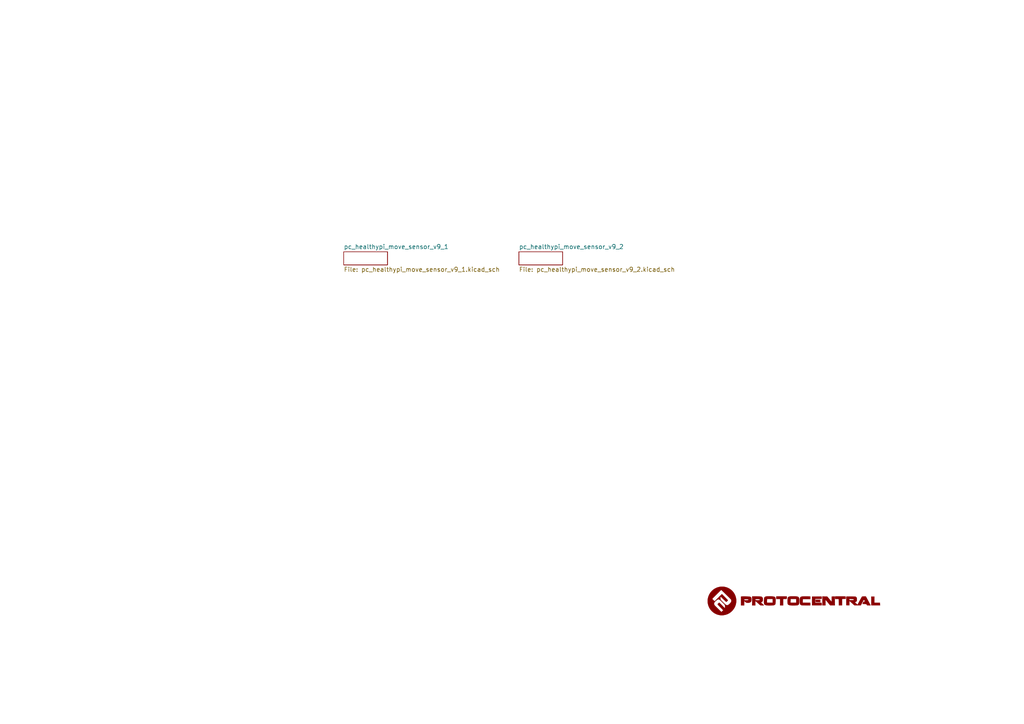
<source format=kicad_sch>
(kicad_sch (version 20250114) (generator "eeschema") (generator_version "9.0")
  (paper "A4")
  (lib_symbols
    (symbol "protocentral:pc_logo_full" (pin_numbers (hide yes)) (pin_names (offset 0) (hide yes)) (in_bom no)
      (symbol "pc_logo_full_0_0"
        (polyline (pts (xy -21.59 -3.81) (xy -21.336 -3.7867) (xy -21.1868 -3.7674) (xy -20.7426 -3.6796) (xy -20.3205 -3.5492) (xy -19.9205 -3.3762) (xy -19.5425 -3.1605) (xy -19.1865 -2.9022) (xy -18.8526 -2.6011) (xy -18.5423 -2.2601) (xy -18.2762 -1.9004) (xy -18.0545 -1.5221) (xy -17.877 -1.1255) (xy -17.7439 -0.7104) (xy -17.6553 -0.2771) (xy -17.611 0.1744) (xy -17.6063 0.399) (xy -17.6316 0.8314) (xy -17.7008 1.2517) (xy -17.8118 1.6574) (xy -17.9625 2.046) (xy -18.1506 2.4148) (xy -18.3741 2.7614) (xy -18.6308 3.0831) (xy -18.9186 3.3774) (xy -19.2353 3.6419) (xy -19.5788 3.8738) (xy -19.9469 4.0707) (xy -20.3375 4.23) (xy -20.7485 4.3492) (xy -21.1778 4.4256) (xy -21.4418 4.4499) (xy -21.8787 4.4534) (xy -22.3116 4.4121) (xy -22.7361 4.3273) (xy -23.148 4.2001) (xy -23.543 4.0317) (xy -23.9167 3.8233) (xy -24.2649 3.5761) (xy -24.363 3.4959) (xy -24.6914 3.1915) (xy -24.98 2.8628) (xy -25.2321 2.5056) (xy -25.4509 2.116) (xy -25.4738 2.0694) (xy -25.6391 1.6735) (xy -25.7621 1.2615) (xy -25.8276 0.9137) (xy -24.565 0.9137) (xy -24.5543 0.939) (xy -24.5167 0.9944) (xy -24.4584 1.0683) (xy -24.3862 1.1521) (xy -24.3723 1.1672) (xy -24.3176 1.2244) (xy -24.2356 1.3083) (xy -24.1298 1.4155) (xy -24.0036 1.5426) (xy -23.8603 1.6863) (xy -23.7033 1.8432) (xy -23.5362 2.0099) (xy -23.3621 2.1831) (xy -23.1847 2.3594) (xy -23.0071 2.5353) (xy -22.833 2.7077) (xy -22.6655 2.873) (xy -22.5082 3.0279) (xy -22.3645 3.169) (xy -22.2376 3.2931) (xy -22.1312 3.3966) (xy -22.0484 3.4762) (xy -21.9928 3.5287) (xy -21.9677 3.5505) (xy -21.9535 3.5445) (xy -21.9058 3.5076) (xy -21.8266 3.4386) (xy -21.7171 3.3386) (xy -21.5786 3.2089) (xy -21.4123 3.0506) (xy -21.2194 2.8648) (xy -21.0014 2.6529) (xy -20.8765 2.531) (xy -20.594 2.2551) (xy -20.3433 2.0098) (xy -20.1222 1.7932) (xy -19.9288 1.603) (xy -19.7612 1.4375) (xy -19.6174 1.2944) (xy -19.4954 1.1718) (xy -19.3933 1.0678) (xy -19.309 0.9801) (xy -19.2406 0.907) (xy -19.1861 0.8462) (xy -19.1436 0.7959) (xy -19.1111 0.7539) (xy -19.0866 0.7183) (xy -19.0681 0.687) (xy -19.0538 0.6581) (xy -19.0247 0.5828) (xy -18.9922 0.42) (xy -18.9964 0.2575) (xy -19.0377 0.1101) (xy -19.0738 0.0397) (xy -19.1614 -0.0955) (xy -19.2752 -0.2426) (xy -19.4066 -0.3928) (xy -19.5474 -0.5371) (xy -19.689 -0.6667) (xy -19.8232 -0.7727) (xy -19.9414 -0.8461) (xy -20.0105 -0.8767) (xy -20.1785 -0.916) (xy -20.3514 -0.908) (xy -20.5297 -0.8526) (xy -20.714 -0.7496) (xy -20.7366 -0.7326) (xy -20.7987 -0.6795) (xy -20.8851 -0.601) (xy -20.9912 -0.5014) (xy -21.1126 -0.3854) (xy -21.2446 -0.2574) (xy -21.3827 -0.122) (xy -21.5225 0.0164) (xy -21.6593 0.1532) (xy -21.7885 0.2839) (xy -21.9058 0.4041) (xy -22.0064 0.5091) (xy -22.0859 0.5946) (xy -22.1398 0.6559) (xy -22.1634 0.6886) (xy -22.1676 0.7029) (xy -22.1761 0.771) (xy -22.1816 0.8815) (xy -22.1839 1.0305) (xy -22.1828 1.2141) (xy -22.1763 1.6769) (xy -21.3536 0.8717) (xy -21.3494 0.8677) (xy -21.1841 0.7066) (xy -21.0284 0.5565) (xy -20.8858 0.4204) (xy -20.76 0.3017) (xy -20.6542 0.2038) (xy -20.5722 0.1297) (xy -20.5172 0.0829) (xy -20.4929 0.0666) (xy -20.4857 0.0685) (xy -20.4456 0.0948) (xy -20.3842 0.1457) (xy -20.3096 0.213) (xy -20.23 0.2889) (xy -20.1538 0.3654) (xy -20.0892 0.4343) (xy -20.0444 0.4879) (xy -20.0276 0.5179) (xy -20.0288 0.5207) (xy -20.0537 0.5516) (xy -20.1085 0.6122) (xy -20.19 0.6992) (xy -20.2949 0.8094) (xy -20.4202 0.9393) (xy -20.5627 1.0856) (xy -20.719 1.245) (xy -20.8861 1.4141) (xy -21.7446 2.2803) (xy -21.8644 2.1878) (xy -21.8768 2.1776) (xy -21.9312 2.1286) (xy -22.0132 2.0511) (xy -22.1186 1.9493) (xy -22.243 1.8274) (xy -22.3822 1.6896) (xy -22.5318 1.5401) (xy -22.6875 1.3831) (xy -22.8431 1.2256) (xy -23.046 1.0204) (xy -23.2193 0.8455) (xy -23.3657 0.6985) (xy -23.4875 0.5771) (xy -23.5873 0.4789) (xy -23.6676 0.4015) (xy -23.7308 0.3427) (xy -23.7795 0.3) (xy -23.8162 0.2711) (xy -23.8432 0.2536) (xy -23.8632 0.2452) (xy -23.8786 0.2436) (xy -23.892 0.2463) (xy -23.8938 0.247) (xy -23.932 0.2721) (xy -23.9942 0.3239) (xy -24.0739 0.3959) (xy -24.1645 0.4816) (xy -24.2593 0.5742) (xy -24.3517 0.6674) (xy -24.4351 0.7545) (xy -24.5029 0.8289) (xy -24.5484 0.8842) (xy -24.565 0.9137) (xy -25.8276 0.9137) (xy -25.8415 0.8396) (xy -25.876 0.4139) (xy -25.8646 -0.0093) (xy -25.8394 -0.2515) (xy -25.7985 -0.4971) (xy -24.0498 -0.4971) (xy -24.0403 -0.3383) (xy -23.9947 -0.1956) (xy -23.9523 -0.1224) (xy -23.862 0.0006) (xy -23.7415 0.14) (xy -23.5964 0.2895) (xy -23.4322 0.4429) (xy -23.3977 0.4733) (xy -23.2232 0.6148) (xy -23.0672 0.7164) (xy -22.9246 0.7792) (xy -22.7901 0.8044) (xy -22.6586 0.7931) (xy -22.5249 0.7463) (xy -22.3837 0.6651) (xy -22.3812 0.6635) (xy -22.319 0.6155) (xy -22.2313 0.54) (xy -22.123 0.4415) (xy -21.9986 0.3249) (xy -21.8627 0.1946) (xy -21.7201 0.0554) (xy -21.5754 -0.0882) (xy -21.4331 -0.2314) (xy -21.2981 -0.3697) (xy -21.1748 -0.4984) (xy -21.068 -0.6128) (xy -20.9823 -0.7083) (xy -20.9224 -0.7803) (xy -20.8929 -0.8241) (xy -20.8887 -0.8335) (xy -20.8721 -0.8777) (xy -20.8603 -0.9279) (xy -20.8523 -0.9923) (xy -20.8476 -1.0795) (xy -20.8452 -1.1979) (xy -20.8444 -1.3559) (xy -20.8448 -1.4596) (xy -20.8474 -1.592) (xy -20.8521 -1.6937) (xy -20.8586 -1.759) (xy -20.8665 -1.782) (xy -20.8995 -1.767) (xy -20.9657 -1.7166) (xy -21.0629 -1.6309) (xy -21.1907 -1.5104) (xy -21.3486 -1.3554) (xy -21.5364 -1.1663) (xy -21.7535 -0.9436) (xy -21.7706 -0.926) (xy -21.9459 -0.7453) (xy -22.0917 -0.5964) (xy -22.2112 -0.4766) (xy -22.3074 -0.3828) (xy -22.3836 -0.3124) (xy -22.443 -0.2624) (xy -22.4887 -0.23) (xy -22.524 -0.2125) (xy -22.5519 -0.207) (xy -22.5756 -0.2106) (xy -22.582 -0.2132) (xy -22.628 -0.2449) (xy -22.6939 -0.3019) (xy -22.7702 -0.3746) (xy -22.8476 -0.4536) (xy -22.917 -0.5295) (xy -22.9689 -0.5929) (xy -22.994 -0.6343) (xy -22.9926 -0.6487) (xy -22.9774 -0.677) (xy -22.9451 -0.7202) (xy -22.8933 -0.7809) (xy -22.8196 -0.8618) (xy -22.7215 -0.9656) (xy -22.5965 -1.095) (xy -22.4421 -1.2527) (xy -22.256 -1.4413) (xy -22.1493 -1.5494) (xy -21.9953 -1.7061) (xy -21.8523 -1.8526) (xy -21.7239 -1.9849) (xy -21.6141 -2.099) (xy -21.5267 -2.191) (xy -21.4655 -2.257) (xy -21.4343 -2.2928) (xy -21.3653 -2.3835) (xy -21.5067 -2.5329) (xy -21.5122 -2.5387) (xy -21.5995 -2.6287) (xy -21.693 -2.7219) (xy -21.7732 -2.799) (xy -21.8983 -2.9158) (xy -22.8466 -1.9863) (xy -22.9501 -1.8847) (xy -23.1245 -1.7131) (xy -23.288 -1.5515) (xy -23.4373 -1.4033) (xy -23.5689 -1.272) (xy -23.6796 -1.1607) (xy -23.766 -1.073) (xy -23.8247 -1.012) (xy -23.8524 -0.9813) (xy -23.8806 -0.9408) (xy -23.9304 -0.8599) (xy -23.9778 -0.7737) (xy -24.0234 -0.6569) (xy -24.0498 -0.4971) (xy -25.7985 -0.4971) (xy -25.7822 -0.5951) (xy -25.6992 -0.9176) (xy -25.5867 -1.2326) (xy -25.4408 -1.554) (xy -25.365 -1.7002) (xy -25.2212 -1.945) (xy -25.0622 -2.1719) (xy -24.8788 -2.394) (xy -24.6615 -2.624) (xy -24.6086 -2.6762) (xy -24.2771 -2.9648) (xy -23.9205 -3.2126) (xy -23.5397 -3.4191) (xy -23.1357 -3.584) (xy -22.7094 -3.7068) (xy -22.2616 -3.787) (xy -22.0369 -3.8098) (xy -21.8174 -3.8177) (xy -21.59 -3.81)) (stroke (width 0.01)) (fill (type outline)))
        (polyline (pts (xy -15.3193 -0.6357) (xy -15.3174 -0.5061) (xy -15.3133 -0.3256) (xy -15.3077 -0.1441) (xy -15.3013 0.0139) (xy -15.2861 0.3334) (xy -15.1743 0.2592) (xy -15.1081 0.2084) (xy -15.0237 0.1313) (xy -14.9474 0.0503) (xy -14.9076 0.0066) (xy -14.8137 -0.0772) (xy -14.7261 -0.1314) (xy -14.6892 -0.1455) (xy -14.5628 -0.1743) (xy -14.4067 -0.1903) (xy -14.2332 -0.1937) (xy -14.0541 -0.1852) (xy -13.8815 -0.165) (xy -13.7275 -0.1336) (xy -13.604 -0.0915) (xy -13.5486 -0.0639) (xy -13.4225 0.0248) (xy -13.3262 0.1388) (xy -13.2573 0.2828) (xy -13.2133 0.4612) (xy -13.1917 0.6788) (xy -13.1889 0.7813) (xy -13.1996 0.996) (xy -13.2362 1.173) (xy -13.3002 1.3155) (xy -13.3933 1.4263) (xy -13.5172 1.5085) (xy -13.6734 1.5651) (xy -13.6988 1.5701) (xy -13.7811 1.5794) (xy -13.9017 1.5882) (xy -14.0542 1.5965) (xy -14.2322 1.6041) (xy -14.4294 1.6108) (xy -14.6394 1.6165) (xy -14.8556 1.6211) (xy -15.0718 1.6244) (xy -15.2816 1.6262) (xy -15.4785 1.6264) (xy -15.6562 1.6249) (xy -15.8083 1.6216) (xy -15.9283 1.6162) (xy -16.2104 1.5983) (xy -16.2104 0.5015) (xy -15.2981 0.5015) (xy -15.2981 0.6768) (xy -15.2981 0.8522) (xy -14.872 0.8684) (xy -14.8306 0.8699) (xy -14.642 0.8734) (xy -14.47 0.8715) (xy -14.3208 0.8648) (xy -14.2007 0.8534) (xy -14.1159 0.8379) (xy -14.0727 0.8187) (xy -14.0672 0.8091) (xy -14.0544 0.7604) (xy -14.0456 0.6908) (xy -14.0377 0.5827) (xy -14.1698 0.5375) (xy -14.1729 0.5364) (xy -14.2375 0.5182) (xy -14.3131 0.5049) (xy -14.4088 0.4958) (xy -14.534 0.4898) (xy -14.6979 0.4862) (xy -14.781 0.4852) (xy -14.9188 0.4846) (xy -15.0411 0.4854) (xy -15.1372 0.4875) (xy -15.1961 0.4908) (xy -15.2981 0.5015) (xy -16.2104 0.5015) (xy -16.2104 0.3163) (xy -16.2104 -0.9658) (xy -15.7663 -0.9658) (xy -15.3221 -0.9658) (xy -15.3193 -0.6357)) (stroke (width 0.01)) (fill (type outline)))
        (polyline (pts (xy -12.0784 -0.6237) (xy -12.0763 -0.4767) (xy -12.0721 -0.2983) (xy -12.0666 -0.1224) (xy -12.0604 0.0282) (xy -12.0451 0.338) (xy -11.8979 0.2197) (xy -11.8251 0.1591) (xy -11.7189 0.0675) (xy -11.5864 -0.0491) (xy -11.4321 -0.1867) (xy -11.2605 -0.3414) (xy -11.0761 -0.509) (xy -10.8833 -0.6856) (xy -10.8415 -0.724) (xy -10.7556 -0.8018) (xy -10.6848 -0.8597) (xy -10.6199 -0.9009) (xy -10.552 -0.9283) (xy -10.4721 -0.945) (xy -10.3712 -0.9541) (xy -10.2403 -0.9586) (xy -10.0705 -0.9616) (xy -9.9446 -0.9632) (xy -9.7948 -0.9631) (xy -9.69 -0.9599) (xy -9.6285 -0.9534) (xy -9.6083 -0.9437) (xy -9.6103 -0.9351) (xy -9.6392 -0.8909) (xy -9.698 -0.8238) (xy -9.7812 -0.7391) (xy -9.8831 -0.642) (xy -9.9981 -0.5378) (xy -10.1204 -0.4319) (xy -10.2445 -0.3295) (xy -10.3646 -0.2359) (xy -10.4202 -0.191) (xy -10.4667 -0.1466) (xy -10.4846 -0.1194) (xy -10.4839 -0.1168) (xy -10.4565 -0.0937) (xy -10.3971 -0.0612) (xy -10.3165 -0.0255) (xy -10.2397 0.0091) (xy -10.1275 0.08) (xy -10.0416 0.1698) (xy -9.9771 0.2855) (xy -9.9294 0.4343) (xy -9.894 0.6233) (xy -9.8806 0.8028) (xy -9.8965 0.996) (xy -9.9429 1.1714) (xy -10.0176 1.3227) (xy -10.1181 1.4434) (xy -10.2418 1.5272) (xy -10.271 1.5399) (xy -10.3291 1.5599) (xy -10.3988 1.5766) (xy -10.4841 1.5905) (xy -10.589 1.6017) (xy -10.7177 1.6105) (xy -10.8741 1.6171) (xy -11.0623 1.6218) (xy -11.2864 1.6249) (xy -11.5504 1.6266) (xy -11.8584 1.6271) (xy -12.9694 1.6271) (xy -12.9694 0.6118) (xy -12.0532 0.6118) (xy -12.0521 0.6968) (xy -12.0451 0.8708) (xy -11.685 0.8882) (xy -11.665 0.8892) (xy -11.4506 0.8943) (xy -11.2506 0.8905) (xy -11.0732 0.8783) (xy -10.9266 0.8583) (xy -10.8193 0.831) (xy -10.8016 0.8244) (xy -10.7582 0.8008) (xy -10.7402 0.7648) (xy -10.7367 0.6986) (xy -10.7367 0.696) (xy -10.7416 0.6285) (xy -10.7626 0.589) (xy -10.8098 0.5582) (xy -10.8179 0.5543) (xy -10.884 0.5333) (xy -10.9771 0.5131) (xy -11.0799 0.4977) (xy -11.0962 0.4959) (xy -11.2034 0.486) (xy -11.3022 0.4799) (xy -11.3729 0.479) (xy -11.4261 0.4815) (xy -11.5156 0.4863) (xy -11.6227 0.4925) (xy -11.7365 0.4992) (xy -11.8461 0.506) (xy -11.9405 0.5121) (xy -12.0088 0.5168) (xy -12.0401 0.5195) (xy -12.0414 0.5201) (xy -12.0493 0.5489) (xy -12.0532 0.6118) (xy -12.9694 0.6118) (xy -12.9694 0.3306) (xy -12.9694 -0.9658) (xy -12.5252 -0.9658) (xy -12.0811 -0.9658) (xy -12.0784 -0.6237)) (stroke (width 0.01)) (fill (type outline)))
        (polyline (pts (xy -7.8527 -0.981) (xy -7.6513 -0.9781) (xy -7.4519 -0.9729) (xy -7.2639 -0.9654) (xy -7.0964 -0.9559) (xy -6.9585 -0.9445) (xy -6.8595 -0.9315) (xy -6.8494 -0.9296) (xy -6.6545 -0.883) (xy -6.5012 -0.8212) (xy -6.3849 -0.7409) (xy -6.3008 -0.6391) (xy -6.2443 -0.5124) (xy -6.2369 -0.4729) (xy -6.2282 -0.3877) (xy -6.22 -0.2688) (xy -6.2126 -0.1241) (xy -6.2062 0.0384) (xy -6.201 0.2109) (xy -6.1973 0.3856) (xy -6.1953 0.5546) (xy -6.1952 0.7099) (xy -6.1973 0.8438) (xy -6.2017 0.9483) (xy -6.207 1.0106) (xy -6.2395 1.1863) (xy -6.2984 1.3252) (xy -6.387 1.4319) (xy -6.5089 1.511) (xy -6.6674 1.5672) (xy -6.6745 1.569) (xy -6.8173 1.5961) (xy -7.0061 1.6175) (xy -7.2392 1.6333) (xy -7.5149 1.6433) (xy -7.8316 1.6474) (xy -8.1877 1.6456) (xy -8.3278 1.6437) (xy -8.5063 1.6408) (xy -8.6473 1.6374) (xy -8.7573 1.6331) (xy -8.8425 1.6275) (xy -8.9095 1.62) (xy -8.9646 1.6103) (xy -9.0141 1.5978) (xy -9.0645 1.582) (xy -9.1226 1.5611) (xy -9.2357 1.504) (xy -9.329 1.4273) (xy -9.3388 1.4174) (xy -9.3888 1.3608) (xy -9.4287 1.3007) (xy -9.46 1.2308) (xy -9.4842 1.1447) (xy -9.5028 1.0359) (xy -9.5172 0.8983) (xy -9.5288 0.7253) (xy -9.5392 0.5107) (xy -9.5394 0.5059) (xy -9.5485 0.2417) (xy -9.5509 0.0202) (xy -9.546 -0.1635) (xy -9.5433 -0.1949) (xy -8.696 -0.1949) (xy -8.696 0.1723) (xy -8.6959 0.213) (xy -8.6943 0.3611) (xy -8.6909 0.5052) (xy -8.6862 0.6308) (xy -8.6805 0.7231) (xy -8.665 0.9068) (xy -7.8402 0.9068) (xy -7.0155 0.9068) (xy -7.0155 0.3426) (xy -7.0155 -0.2215) (xy -7.7417 -0.2172) (xy -7.7946 -0.2169) (xy -7.9805 -0.2153) (xy -8.1541 -0.2134) (xy -8.3081 -0.2112) (xy -8.4355 -0.2088) (xy -8.5292 -0.2063) (xy -8.582 -0.2039) (xy -8.696 -0.1949) (xy -9.5433 -0.1949) (xy -9.5331 -0.3145) (xy -9.5117 -0.4375) (xy -9.4812 -0.5376) (xy -9.4409 -0.6196) (xy -9.3902 -0.6884) (xy -9.311 -0.7548) (xy -9.1767 -0.8221) (xy -8.9969 -0.8797) (xy -8.7723 -0.9271) (xy -8.504 -0.9642) (xy -8.4968 -0.9649) (xy -8.3784 -0.9735) (xy -8.2255 -0.9789) (xy -8.0472 -0.9813) (xy -7.8527 -0.981)) (stroke (width 0.01)) (fill (type outline)))
        (polyline (pts (xy -4.0146 -0.044) (xy -4.0145 0.0661) (xy -4.0142 0.2831) (xy -4.0133 0.4584) (xy -4.0116 0.5966) (xy -4.0091 0.702) (xy -4.0055 0.779) (xy -4.0006 0.8321) (xy -3.9943 0.8657) (xy -3.9863 0.8843) (xy -3.9766 0.8923) (xy -3.9747 0.8928) (xy -3.9344 0.8973) (xy -3.8551 0.9011) (xy -3.7448 0.9041) (xy -3.6115 0.9061) (xy -3.4632 0.9068) (xy -3.3262 0.9061) (xy -3.1916 0.9057) (xy -3.0943 0.9105) (xy -3.0282 0.9254) (xy -2.9874 0.9551) (xy -2.966 1.0047) (xy -2.958 1.0789) (xy -2.9575 1.1827) (xy -2.9586 1.321) (xy -2.9582 1.6271) (xy -4.4587 1.6271) (xy -5.9592 1.6271) (xy -5.9592 1.2669) (xy -5.9592 0.9068) (xy -5.419 0.9068) (xy -4.8788 0.9068) (xy -4.8788 -0.0295) (xy -4.8788 -0.9658) (xy -4.4467 -0.9658) (xy -4.0146 -0.9658) (xy -4.0146 -0.044)) (stroke (width 0.01)) (fill (type outline)))
        (polyline (pts (xy -1.0075 -0.9793) (xy -0.8336 -0.9777) (xy -0.5726 -0.9726) (xy -0.3171 -0.9615) (xy -0.1023 -0.9437) (xy 0.0756 -0.9178) (xy 0.2205 -0.8826) (xy 0.3361 -0.837) (xy 0.4263 -0.7798) (xy 0.4949 -0.7097) (xy 0.5456 -0.6255) (xy 0.5822 -0.526) (xy 0.5913 -0.487) (xy 0.6006 -0.4224) (xy 0.6081 -0.3352) (xy 0.614 -0.22) (xy 0.6185 -0.0721) (xy 0.6219 0.1138) (xy 0.6245 0.3426) (xy 0.6252 0.4333) (xy 0.6264 0.6288) (xy 0.6264 0.7845) (xy 0.625 0.9062) (xy 0.622 0.9998) (xy 0.617 1.0709) (xy 0.6099 1.1256) (xy 0.6005 1.1696) (xy 0.5883 1.2087) (xy 0.5299 1.3266) (xy 0.4245 1.4423) (xy 0.2828 1.5281) (xy 0.2257 1.5516) (xy 0.1576 1.5744) (xy 0.0823 1.593) (xy -0.0052 1.6077) (xy -0.1101 1.619) (xy -0.2374 1.6273) (xy -0.3924 1.6331) (xy -0.58 1.6367) (xy -0.8053 1.6385) (xy -1.0736 1.6391) (xy -1.1568 1.639) (xy -1.3809 1.6387) (xy -1.5642 1.6377) (xy -1.7121 1.6358) (xy -1.8301 1.6329) (xy -1.9237 1.6286) (xy -1.9982 1.6228) (xy -2.0591 1.6153) (xy -2.1118 1.6057) (xy -2.1618 1.594) (xy -2.2757 1.5599) (xy -2.4214 1.4931) (xy -2.5313 1.4046) (xy -2.61 1.2888) (xy -2.6625 1.1396) (xy -2.6937 0.9512) (xy -2.6999 0.8824) (xy -2.7084 0.741) (xy -2.7142 0.5783) (xy -2.7173 0.4029) (xy -2.7179 0.2235) (xy -2.7159 0.0486) (xy -2.7115 -0.1129) (xy -2.7075 -0.1957) (xy -1.8852 -0.1957) (xy -1.8696 0.1313) (xy -1.8637 0.2703) (xy -1.8586 0.4244) (xy -1.8551 0.568) (xy -1.8539 0.6825) (xy -1.8539 0.9068) (xy -1.0283 0.9068) (xy -0.2028 0.9068) (xy -0.1889 0.8048) (xy -0.1833 0.7506) (xy -0.1763 0.6275) (xy -0.1718 0.4629) (xy -0.1701 0.2605) (xy -0.171 0.0245) (xy -0.1734 -0.2215) (xy -0.7915 -0.2165) (xy -0.9083 -0.2155) (xy -1.092 -0.2134) (xy -1.2678 -0.2111) (xy -1.4257 -0.2086) (xy -1.5556 -0.206) (xy -1.6475 -0.2036) (xy -1.8852 -0.1957) (xy -2.7075 -0.1957) (xy -2.7047 -0.2524) (xy -2.6956 -0.3614) (xy -2.6842 -0.431) (xy -2.6402 -0.5581) (xy -2.5651 -0.6852) (xy -2.4703 -0.7711) (xy -2.4536 -0.7808) (xy -2.3438 -0.8277) (xy -2.193 -0.8719) (xy -2.0072 -0.9121) (xy -1.7921 -0.947) (xy -1.5538 -0.9753) (xy -1.5159 -0.9773) (xy -1.4322 -0.979) (xy -1.3144 -0.9799) (xy -1.1703 -0.98) (xy -1.0075 -0.9793)) (stroke (width 0.01)) (fill (type outline)))
        (polyline (pts (xy 3.2848 -0.9613) (xy 3.4532 -0.9605) (xy 3.5981 -0.959) (xy 3.7134 -0.9569) (xy 3.7929 -0.954) (xy 3.8305 -0.9505) (xy 3.8432 -0.9468) (xy 3.8606 -0.9372) (xy 3.8721 -0.9174) (xy 3.8787 -0.8798) (xy 3.8813 -0.8169) (xy 3.8809 -0.721) (xy 3.8785 -0.5847) (xy 3.8719 -0.2335) (xy 2.9836 -0.2189) (xy 2.7985 -0.2158) (xy 2.5902 -0.2124) (xy 2.394 -0.2092) (xy 2.217 -0.2063) (xy 2.0664 -0.2039) (xy 1.9494 -0.202) (xy 1.8733 -0.2008) (xy 1.6512 -0.1975) (xy 1.6513 0.0365) (xy 1.6522 0.1296) (xy 1.6555 0.275) (xy 1.6606 0.4311) (xy 1.667 0.5767) (xy 1.6826 0.8828) (xy 2.7833 0.8828) (xy 3.8839 0.8828) (xy 3.8839 1.2403) (xy 3.8839 1.5978) (xy 3.8186 1.6142) (xy 3.8181 1.6144) (xy 3.7791 1.6177) (xy 3.6983 1.6207) (xy 3.5816 1.6232) (xy 3.435 1.6252) (xy 3.2645 1.6268) (xy 3.0759 1.6279) (xy 2.8753 1.6285) (xy 2.6686 1.6288) (xy 2.4618 1.6285) (xy 2.2609 1.6278) (xy 2.0718 1.6267) (xy 1.9004 1.6251) (xy 1.7529 1.623) (xy 1.635 1.6205) (xy 1.5528 1.6176) (xy 1.5123 1.6142) (xy 1.498 1.6112) (xy 1.3157 1.5642) (xy 1.1742 1.5063) (xy 1.067 1.4332) (xy 0.9876 1.3407) (xy 0.9296 1.2243) (xy 0.9152 1.1834) (xy 0.8984 1.12) (xy 0.8855 1.0445) (xy 0.8755 0.9477) (xy 0.8672 0.8207) (xy 0.8595 0.6547) (xy 0.8548 0.5088) (xy 0.8521 0.2781) (xy 0.8554 0.0602) (xy 0.8643 -0.1378) (xy 0.8785 -0.309) (xy 0.8975 -0.4464) (xy 0.921 -0.5429) (xy 0.9724 -0.6538) (xy 1.0534 -0.7531) (xy 1.1637 -0.8296) (xy 1.3073 -0.8853) (xy 1.4885 -0.9223) (xy 1.7112 -0.9427) (xy 1.7215 -0.9432) (xy 1.8259 -0.9472) (xy 1.962 -0.9508) (xy 2.1235 -0.9539) (xy 2.3043 -0.9565) (xy 2.4985 -0.9586) (xy 2.6997 -0.9601) (xy 2.9019 -0.9611) (xy 3.099 -0.9615) (xy 3.2848 -0.9613)) (stroke (width 0.01)) (fill (type outline)))
        (polyline (pts (xy 5.9718 -0.9416) (xy 6.2125 -0.9408) (xy 6.4353 -0.9395) (xy 6.6358 -0.9378) (xy 6.8097 -0.9356) (xy 6.9528 -0.933) (xy 7.0608 -0.9302) (xy 7.1293 -0.9271) (xy 7.1541 -0.9238) (xy 7.1549 -0.9199) (xy 7.1568 -0.8786) (xy 7.1572 -0.8013) (xy 7.1562 -0.6972) (xy 7.1537 -0.5756) (xy 7.1452 -0.2455) (xy 6.2108 -0.2455) (xy 5.2764 -0.2455) (xy 5.2764 0.3426) (xy 5.2764 0.9308) (xy 6.2127 0.9308) (xy 7.149 0.9308) (xy 7.149 1.2671) (xy 7.149 1.6034) (xy 5.7745 1.5972) (xy 4.4001 1.591) (xy 4.3938 0.3546) (xy 4.3935 0.2777) (xy 4.3926 0.0419) (xy 4.3923 -0.1783) (xy 4.3924 -0.3782) (xy 4.3929 -0.5532) (xy 4.3939 -0.6986) (xy 4.3952 -0.81) (xy 4.397 -0.8826) (xy 4.3991 -0.9117) (xy 4.4079 -0.9174) (xy 4.4375 -0.9232) (xy 4.4905 -0.9281) (xy 4.5702 -0.9321) (xy 4.6796 -0.9353) (xy 4.8217 -0.9378) (xy 4.9995 -0.9396) (xy 5.2162 -0.9409) (xy 5.4748 -0.9415) (xy 5.7784 -0.9418) (xy 5.9718 -0.9416)) (stroke (width 0.01)) (fill (type outline)))
        (polyline (pts (xy 6.7648 0.3186) (xy 6.7648 0.6427) (xy 6.0891 0.6427) (xy 5.4133 0.6427) (xy 5.4287 0.4447) (xy 5.4297 0.4316) (xy 5.437 0.3201) (xy 5.4422 0.2134) (xy 5.4443 0.133) (xy 5.4444 0.0194) (xy 6.0026 0.0125) (xy 6.084 0.0115) (xy 6.2455 0.0091) (xy 6.3925 0.0066) (xy 6.5166 0.0042) (xy 6.6095 0.002) (xy 6.6628 0.0001) (xy 6.7648 -0.0055) (xy 6.7648 0.3186)) (stroke (width 0.01)) (fill (type outline)))
        (polyline (pts (xy 7.4671 -0.9569) (xy 7.4843 -0.9541) (xy 7.5481 -0.9494) (xy 7.645 -0.9457) (xy 7.7653 -0.9431) (xy 7.8992 -0.9421) (xy 8.2773 -0.9418) (xy 8.2784 -0.1195) (xy 8.2795 0.7028) (xy 8.4005 0.5707) (xy 8.4471 0.5182) (xy 8.5221 0.4308) (xy 8.6132 0.3227) (xy 8.7128 0.2028) (xy 8.8135 0.0799) (xy 8.8761 0.0032) (xy 9.002 -0.1514) (xy 9.1349 -0.3143) (xy 9.2622 -0.4703) (xy 9.3717 -0.6043) (xy 9.6378 -0.9298) (xy 10.3122 -0.9361) (xy 10.9865 -0.9425) (xy 10.9731 0.3363) (xy 10.9719 0.4538) (xy 10.9693 0.6901) (xy 10.9668 0.9093) (xy 10.9645 1.1071) (xy 10.9623 1.2789) (xy 10.9605 1.4204) (xy 10.9589 1.5272) (xy 10.9577 1.5947) (xy 10.9569 1.6187) (xy 10.9407 1.6192) (xy 10.8834 1.6185) (xy 10.7924 1.6165) (xy 10.6755 1.6133) (xy 10.5403 1.6092) (xy 10.1265 1.596) (xy 10.1202 0.8001) (xy 10.1139 0.0042) (xy 9.4417 0.8036) (xy 8.7696 1.603) (xy 8.3614 1.6032) (xy 8.2947 1.6034) (xy 8.1273 1.6052) (xy 7.9587 1.6086) (xy 7.8051 1.6133) (xy 7.6831 1.6188) (xy 7.413 1.6344) (xy 7.413 0.3315) (xy 7.413 -0.9714) (xy 7.4671 -0.9569)) (stroke (width 0.01)) (fill (type outline)))
        (polyline (pts (xy 12.2691 -0.9561) (xy 12.286 -0.9537) (xy 12.3532 -0.949) (xy 12.4532 -0.9452) (xy 12.5755 -0.9427) (xy 12.7097 -0.9418) (xy 13.0788 -0.9418) (xy 13.0788 -0.0212) (xy 13.0788 0.8994) (xy 13.4209 0.915) (xy 13.4393 0.9158) (xy 13.5819 0.9216) (xy 13.7227 0.9264) (xy 13.8462 0.9296) (xy 13.9371 0.9307) (xy 14.1111 0.9308) (xy 14.111 1.0809) (xy 14.111 1.085) (xy 14.1087 1.1875) (xy 14.1031 1.3107) (xy 14.0954 1.429) (xy 14.08 1.6271) (xy 12.5951 1.6271) (xy 11.1102 1.6271) (xy 11.1102 1.2669) (xy 11.1102 0.9068) (xy 11.6084 0.9065) (xy 11.6478 0.9064) (xy 11.796 0.9048) (xy 11.927 0.9016) (xy 12.033 0.8971) (xy 12.1064 0.8915) (xy 12.1395 0.8852) (xy 12.1431 0.8818) (xy 12.1514 0.8617) (xy 12.1584 0.8221) (xy 12.1643 0.759) (xy 12.1694 0.6682) (xy 12.1739 0.5456) (xy 12.1778 0.3873) (xy 12.1815 0.1891) (xy 12.1851 -0.053) (xy 12.1976 -0.9704) (xy 12.2691 -0.9561)) (stroke (width 0.01)) (fill (type outline)))
        (polyline (pts (xy 21.1583 -0.9606) (xy 21.2524 -0.9581) (xy 21.3148 -0.9533) (xy 21.3374 -0.9462) (xy 21.336 -0.9394) (xy 21.3167 -0.8928) (xy 21.276 -0.8073) (xy 21.2149 -0.6852) (xy 21.1347 -0.5289) (xy 21.0366 -0.3407) (xy 20.9218 -0.123) (xy 20.7916 0.1219) (xy 20.6471 0.3917) (xy 20.4897 0.684) (xy 19.981 1.6255) (xy 19.5849 1.6237) (xy 19.5083 1.623) (xy 19.3632 1.6206) (xy 19.2295 1.6167) (xy 19.1192 1.6119) (xy 19.0447 1.6064) (xy 18.9007 1.591) (xy 18.7781 1.387) (xy 18.7682 1.3704) (xy 18.7042 1.2607) (xy 18.6225 1.1172) (xy 18.5268 0.9468) (xy 18.4212 0.7568) (xy 18.3094 0.5543) (xy 18.1956 0.3464) (xy 18.0835 0.1403) (xy 17.9772 -0.0569) (xy 17.8805 -0.2381) (xy 17.7973 -0.3961) (xy 17.5875 -0.7988) (xy 17.4392 -0.6602) (xy 17.4371 -0.6583) (xy 17.3589 -0.5875) (xy 17.2569 -0.498) (xy 17.1441 -0.4011) (xy 17.0334 -0.3081) (xy 17.0016 -0.2817) (xy 16.9129 -0.2072) (xy 16.8413 -0.146) (xy 16.7934 -0.1038) (xy 16.776 -0.0863) (xy 16.7847 -0.0796) (xy 16.8279 -0.0548) (xy 16.8989 -0.017) (xy 16.9887 0.0289) (xy 17.0895 0.0826) (xy 17.1977 0.1538) (xy 17.2726 0.2269) (xy 17.3219 0.31) (xy 17.3535 0.4111) (xy 17.363 0.4748) (xy 17.3701 0.5877) (xy 17.3717 0.7222) (xy 17.368 0.8643) (xy 17.3597 1.0002) (xy 17.347 1.116) (xy 17.3303 1.1977) (xy 17.2982 1.28) (xy 17.2101 1.4129) (xy 17.0907 1.5147) (xy 16.9469 1.5787) (xy 16.9231 1.5823) (xy 16.849 1.5874) (xy 16.7318 1.5919) (xy 16.5747 1.5957) (xy 16.3804 1.5987) (xy 16.1522 1.601) (xy 15.8929 1.6024) (xy 15.6056 1.6029) (xy 14.3512 1.603) (xy 14.3512 0.9128) (xy 15.1842 0.9128) (xy 15.77 0.9003) (xy 15.8413 0.8986) (xy 16.0176 0.893) (xy 16.1732 0.8859) (xy 16.3012 0.8777) (xy 16.3948 0.8689) (xy 16.4471 0.8598) (xy 16.5384 0.8319) (xy 16.5224 0.7193) (xy 16.5167 0.6842) (xy 16.5026 0.6214) (xy 16.4893 0.5882) (xy 16.4672 0.5776) (xy 16.4088 0.5616) (xy 16.3301 0.5463) (xy 16.2823 0.541) (xy 16.19 0.5355) (xy 16.0704 0.5311) (xy 15.9328 0.528) (xy 15.7867 0.5262) (xy 15.6414 0.5258) (xy 15.5064 0.5269) (xy 15.3912 0.5294) (xy 15.3051 0.5335) (xy 15.2575 0.5393) (xy 15.2504 0.5416) (xy 15.2235 0.572) (xy 15.2152 0.6385) (xy 15.2152 0.6424) (xy 15.2103 0.7307) (xy 15.1996 0.8198) (xy 15.1842 0.9128) (xy 14.3512 0.9128) (xy 14.3512 0.3546) (xy 14.3512 -0.8937) (xy 14.7834 -0.8937) (xy 15.2155 -0.8937) (xy 15.2155 -0.2695) (xy 15.2161 -0.1142) (xy 15.2181 0.0378) (xy 15.2211 0.167) (xy 15.2252 0.267) (xy 15.2299 0.3317) (xy 15.2352 0.3546) (xy 15.2356 0.3546) (xy 15.2613 0.3381) (xy 15.3143 0.2953) (xy 15.387 0.2327) (xy 15.472 0.1566) (xy 15.5097 0.1223) (xy 15.6178 0.0242) (xy 15.7436 -0.0894) (xy 15.8744 -0.2072) (xy 15.9975 -0.3176) (xy 16.059 -0.3728) (xy 16.1772 -0.4795) (xy 16.2909 -0.583) (xy 16.3897 -0.6737) (xy 16.4632 -0.7421) (xy 16.4919 -0.7686) (xy 16.5705 -0.8359) (xy 16.6399 -0.8882) (xy 16.6878 -0.9162) (xy 16.6895 -0.9168) (xy 16.7379 -0.9242) (xy 16.8325 -0.9303) (xy 16.9713 -0.9352) (xy 17.1527 -0.9386) (xy 17.3748 -0.9407) (xy 17.6358 -0.9412) (xy 18.5165 -0.9407) (xy 18.7686 -0.4569) (xy 18.8235 -0.352) (xy 18.9326 -0.1464) (xy 19.0382 0.049) (xy 19.1373 0.2288) (xy 19.2269 0.3876) (xy 19.3038 0.52) (xy 19.365 0.6204) (xy 19.4075 0.6835) (xy 19.4583 0.7508) (xy 19.6056 0.4571) (xy 19.6206 0.427) (xy 19.6725 0.3209) (xy 19.7145 0.2318) (xy 19.7427 0.1683) (xy 19.7529 0.139) (xy 19.7519 0.1362) (xy 19.7202 0.1248) (xy 19.6498 0.1173) (xy 19.5482 0.1146) (xy 19.3435 0.1146) (xy 19.2001 -0.1768) (xy 19.1874 -0.2028) (xy 19.1362 -0.3102) (xy 19.0947 -0.4016) (xy 19.0669 -0.4682) (xy 19.0567 -0.5009) (xy 19.0576 -0.5064) (xy 19.079 -0.5228) (xy 19.1344 -0.5325) (xy 19.2308 -0.5368) (xy 19.255 -0.5373) (xy 19.3556 -0.54) (xy 19.4855 -0.5442) (xy 19.6304 -0.5492) (xy 19.7763 -0.5548) (xy 20.1477 -0.5696) (xy 20.2497 -0.7497) (xy 20.3518 -0.9298) (xy 20.5505 -0.9433) (xy 20.629 -0.9481) (xy 20.768 -0.9545) (xy 20.908 -0.9588) (xy 21.0408 -0.9608) (xy 21.1583 -0.9606)) (stroke (width 0.01)) (fill (type outline)))
        (polyline (pts (xy 24.09 -0.7437) (xy 24.0898 -0.7409) (xy 24.0821 -0.6195) (xy 24.0766 -0.4913) (xy 24.0744 -0.3836) (xy 24.0743 -0.2215) (xy 23.27 -0.2215) (xy 22.4658 -0.2215) (xy 22.4658 0.6788) (xy 22.4658 1.579) (xy 22.1237 1.5793) (xy 22.0897 1.5794) (xy 21.9593 1.581) (xy 21.8417 1.5844) (xy 21.7485 1.589) (xy 21.6915 1.5944) (xy 21.6015 1.6093) (xy 21.6015 0.3338) (xy 21.6015 -0.9418) (xy 22.8535 -0.9418) (xy 24.1054 -0.9418) (xy 24.09 -0.7437)) (stroke (width 0.01)) (fill (type outline)))
      )
    )
  )
  (symbol (lib_id "protocentral:pc_logo_full") (at 231.14 174.625 0) (unit 1) (in_bom no)
    (property "Reference" "U8" (effects (hide yes)))
  )
  (sheet (at 99.695 73.025) (size 12.7 3.81)
    (property "Sheetname" "pc_healthypi_move_sensor_v9_1" (at 99.695 72.3134 0) (effects (justify left bottom)))
    (property "Sheetfile" "pc_healthypi_move_sensor_v9_1.kicad_sch" (at 99.695 77.4196 0) (effects (justify left top)))
  )
  (sheet (at 150.495 73.025) (size 12.7 3.81)
    (property "Sheetname" "pc_healthypi_move_sensor_v9_2" (at 150.495 72.3134 0) (effects (justify left bottom)))
    (property "Sheetfile" "pc_healthypi_move_sensor_v9_2.kicad_sch" (at 150.495 77.4196 0) (effects (justify left top)))
  )
)
</source>
